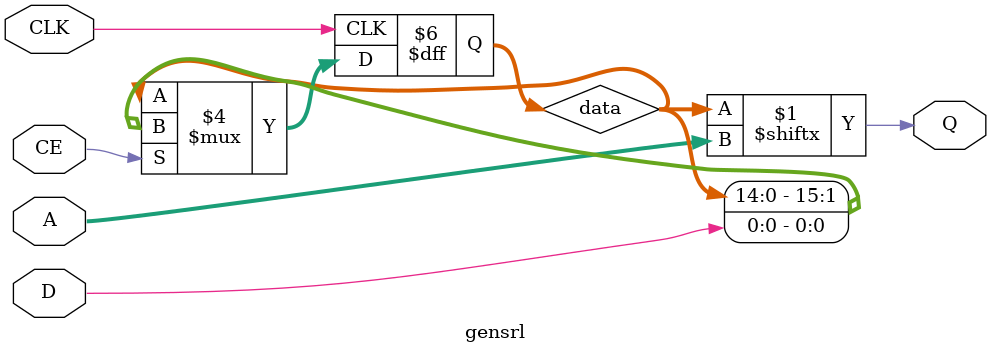
<source format=v>

module gensrl (
	input CLK,
	input D,
	input CE,
	input [3:0] A,
	output Q
);

reg [15:0] data;
assign Q = data[A];

always @(posedge CLK)
begin
	if (CE == 1'b1)
		data <= {data[14:0], D};
end

endmodule

</source>
